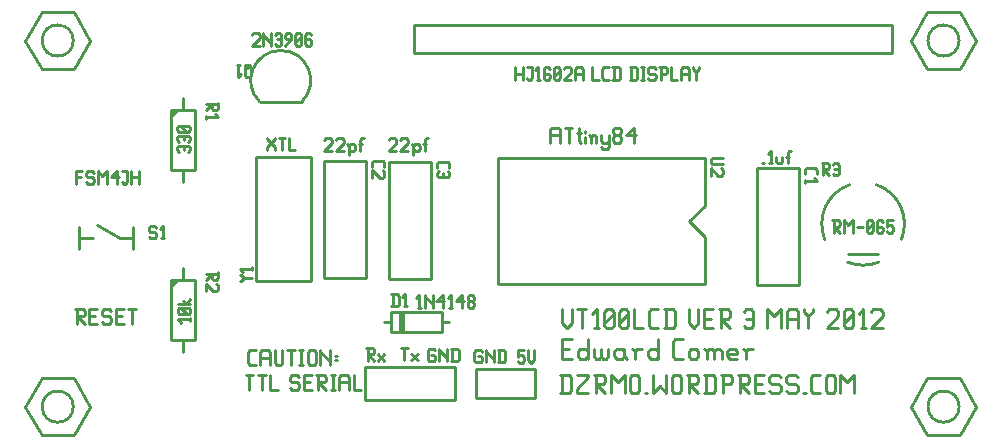
<source format=gbr>
G04 start of page 8 for group -4079 idx -4079 *
G04 Title: vt100lcd84, topsilk *
G04 Creator: pcb 20091103 *
G04 CreationDate: Tue 01 May 2012 10:21:43 PM GMT UTC *
G04 For: ecomer *
G04 Format: Gerber/RS-274X *
G04 PCB-Dimensions: 334646 161417 *
G04 PCB-Coordinate-Origin: lower left *
%MOIN*%
%FSLAX25Y25*%
%LNFRONTSILK*%
%ADD12C,0.0100*%
G54D12*X283100Y70717D02*X293100D01*
X134200Y39377D02*X136280D01*
X135240D02*Y35217D01*
X137529Y37297D02*X139609Y35217D01*
X137529D02*X139609Y37297D01*
X160680Y38577D02*X161200Y38057D01*
X159120Y38577D02*X160680D01*
X158600Y38057D02*X159120Y38577D01*
X158600Y38057D02*Y34937D01*
X159120Y34417D01*
X160680D01*
X161200Y34937D01*
Y35977D02*Y34937D01*
X160680Y36497D02*X161200Y35977D01*
X159640Y36497D02*X160680D01*
X162449Y38577D02*Y34417D01*
Y38577D02*Y38057D01*
X165049Y35457D01*
Y38577D02*Y34417D01*
X166818Y38577D02*Y34417D01*
X168378Y38577D02*X168898Y38057D01*
Y34937D01*
X168378Y34417D02*X168898Y34937D01*
X166298Y34417D02*X168378D01*
X166298Y38577D02*X168378D01*
X173000Y38477D02*X175080D01*
X173000D02*Y36397D01*
X173520Y36917D01*
X174560D01*
X175080Y36397D01*
Y34837D01*
X174560Y34317D02*X175080Y34837D01*
X173520Y34317D02*X174560D01*
X173000Y34837D02*X173520Y34317D01*
X176329Y38477D02*Y35357D01*
X177369Y34317D01*
X178409Y35357D01*
Y38477D02*Y35357D01*
X145080Y38977D02*X145600Y38457D01*
X143520Y38977D02*X145080D01*
X143000Y38457D02*X143520Y38977D01*
X143000Y38457D02*Y35337D01*
X143520Y34817D01*
X145080D01*
X145600Y35337D01*
Y36377D02*Y35337D01*
X145080Y36897D02*X145600Y36377D01*
X144040Y36897D02*X145080D01*
X146849Y38977D02*Y34817D01*
Y38977D02*Y38457D01*
X149449Y35857D01*
Y38977D02*Y34817D01*
X151218Y38977D02*Y34817D01*
X152778Y38977D02*X153298Y38457D01*
Y35337D01*
X152778Y34817D02*X153298Y35337D01*
X150698Y34817D02*X152778D01*
X150698Y38977D02*X152778D01*
X139720Y52717D02*X140760D01*
X140240Y56877D02*Y52717D01*
X139200Y55837D02*X140240Y56877D01*
X142009D02*Y52717D01*
Y56877D02*Y56357D01*
X144609Y53757D01*
Y56877D02*Y52717D01*
X145858Y54797D02*X147938Y56877D01*
X145858Y54797D02*X148458D01*
X147938Y56877D02*Y52717D01*
X150227D02*X151267D01*
X150747Y56877D02*Y52717D01*
X149707Y55837D02*X150747Y56877D01*
X152516Y54797D02*X154596Y56877D01*
X152516Y54797D02*X155116D01*
X154596Y56877D02*Y52717D01*
X156365Y53237D02*X156885Y52717D01*
X156365Y54277D02*Y53237D01*
Y54277D02*X156885Y54797D01*
X157925D01*
X158445Y54277D01*
Y53237D01*
X157925Y52717D02*X158445Y53237D01*
X156885Y52717D02*X157925D01*
X156365Y55317D02*X156885Y54797D01*
X156365Y56357D02*Y55317D01*
Y56357D02*X156885Y56877D01*
X157925D01*
X158445Y56357D01*
Y55317D01*
X157925Y54797D02*X158445Y55317D01*
X63900Y49277D02*Y48237D01*
X59740Y48757D02*X63900D01*
X60780Y47717D02*X59740Y48757D01*
X63380Y50526D02*X63900Y51046D01*
X60260Y50526D02*X63380D01*
X60260D02*X59740Y51046D01*
Y52086D02*Y51046D01*
Y52086D02*X60260Y52606D01*
X63380D01*
X63900Y52086D02*X63380Y52606D01*
X63900Y52086D02*Y51046D01*
X62860Y50526D02*X60780Y52606D01*
X59740Y53855D02*X63900D01*
X62340D02*X63900Y55415D01*
X62340Y53855D02*X61300Y54895D01*
X25434Y52332D02*X28014D01*
X28659Y51687D01*
Y50397D01*
X28014Y49752D02*X28659Y50397D01*
X26079Y49752D02*X28014D01*
X26079Y52332D02*Y47172D01*
Y49752D02*X28659Y47172D01*
X30208Y49752D02*X32143D01*
X30208Y47172D02*X32788D01*
X30208Y52332D02*Y47172D01*
Y52332D02*X32788D01*
X36917D02*X37562Y51687D01*
X34982Y52332D02*X36917D01*
X34337Y51687D02*X34982Y52332D01*
X34337Y51687D02*Y50397D01*
X34982Y49752D01*
X36917D01*
X37562Y49107D01*
Y47817D01*
X36917Y47172D02*X37562Y47817D01*
X34982Y47172D02*X36917D01*
X34337Y47817D02*X34982Y47172D01*
X39111Y49752D02*X41046D01*
X39111Y47172D02*X41691D01*
X39111Y52332D02*Y47172D01*
Y52332D02*X41691D01*
X43241D02*X45821D01*
X44531D02*Y47172D01*
X84400Y143657D02*X84920Y144177D01*
X86480D01*
X87000Y143657D01*
Y142617D01*
X84400Y140017D02*X87000Y142617D01*
X84400Y140017D02*X87000D01*
X88249Y144177D02*Y140017D01*
Y144177D02*Y143657D01*
X90849Y141057D01*
Y144177D02*Y140017D01*
X92098Y143657D02*X92618Y144177D01*
X93658D01*
X94178Y143657D01*
Y140537D01*
X93658Y140017D02*X94178Y140537D01*
X92618Y140017D02*X93658D01*
X92098Y140537D02*X92618Y140017D01*
Y142097D02*X94178D01*
X95427Y140017D02*X97507Y142097D01*
Y143657D02*Y142097D01*
X96987Y144177D02*X97507Y143657D01*
X95947Y144177D02*X96987D01*
X95427Y143657D02*X95947Y144177D01*
X95427Y143657D02*Y142617D01*
X95947Y142097D01*
X97507D01*
X98756Y140537D02*X99276Y140017D01*
X98756Y143657D02*Y140537D01*
Y143657D02*X99276Y144177D01*
X100316D01*
X100836Y143657D01*
Y140537D01*
X100316Y140017D02*X100836Y140537D01*
X99276Y140017D02*X100316D01*
X98756Y141057D02*X100836Y143137D01*
X103645Y144177D02*X104165Y143657D01*
X102605Y144177D02*X103645D01*
X102085Y143657D02*X102605Y144177D01*
X102085Y143657D02*Y140537D01*
X102605Y140017D01*
X103645Y142097D02*X104165Y141577D01*
X102085Y142097D02*X103645D01*
X102605Y140017D02*X103645D01*
X104165Y140537D01*
Y141577D02*Y140537D01*
X89600Y109277D02*Y108757D01*
X92200Y106157D01*
Y105117D01*
X89600Y106157D02*Y105117D01*
Y106157D02*X92200Y108757D01*
Y109277D02*Y108757D01*
X93449Y109277D02*X95529D01*
X94489D02*Y105117D01*
X96778Y109277D02*Y105117D01*
X98858D01*
X108500Y108657D02*X109020Y109177D01*
X110580D01*
X111100Y108657D01*
Y107617D01*
X108500Y105017D02*X111100Y107617D01*
X108500Y105017D02*X111100D01*
X112349Y108657D02*X112869Y109177D01*
X114429D01*
X114949Y108657D01*
Y107617D01*
X112349Y105017D02*X114949Y107617D01*
X112349Y105017D02*X114949D01*
X116718Y106577D02*Y103457D01*
X116198Y107097D02*X116718Y106577D01*
X117238Y107097D01*
X118278D01*
X118798Y106577D01*
Y105537D01*
X118278Y105017D02*X118798Y105537D01*
X117238Y105017D02*X118278D01*
X116718Y105537D02*X117238Y105017D01*
X120567Y108657D02*Y105017D01*
Y108657D02*X121087Y109177D01*
X121607D01*
X120047Y107097D02*X121087D01*
X130000Y108657D02*X130520Y109177D01*
X132080D01*
X132600Y108657D01*
Y107617D01*
X130000Y105017D02*X132600Y107617D01*
X130000Y105017D02*X132600D01*
X133849Y108657D02*X134369Y109177D01*
X135929D01*
X136449Y108657D01*
Y107617D01*
X133849Y105017D02*X136449Y107617D01*
X133849Y105017D02*X136449D01*
X138218Y106577D02*Y103457D01*
X137698Y107097D02*X138218Y106577D01*
X138738Y107097D01*
X139778D01*
X140298Y106577D01*
Y105537D01*
X139778Y105017D02*X140298Y105537D01*
X138738Y105017D02*X139778D01*
X138218Y105537D02*X138738Y105017D01*
X142067Y108657D02*Y105017D01*
Y108657D02*X142587Y109177D01*
X143107D01*
X141547Y107097D02*X142587D01*
X60060Y104617D02*X59540Y105137D01*
Y106177D02*Y105137D01*
Y106177D02*X60060Y106697D01*
X63180D01*
X63700Y106177D02*X63180Y106697D01*
X63700Y106177D02*Y105137D01*
X63180Y104617D02*X63700Y105137D01*
X61620Y106697D02*Y105137D01*
X60060Y107946D02*X59540Y108466D01*
Y109506D02*Y108466D01*
Y109506D02*X60060Y110026D01*
X63180D01*
X63700Y109506D02*X63180Y110026D01*
X63700Y109506D02*Y108466D01*
X63180Y107946D02*X63700Y108466D01*
X61620Y110026D02*Y108466D01*
X63180Y111275D02*X63700Y111795D01*
X60060Y111275D02*X63180D01*
X60060D02*X59540Y111795D01*
Y112835D02*Y111795D01*
Y112835D02*X60060Y113355D01*
X63180D01*
X63700Y112835D02*X63180Y113355D01*
X63700Y112835D02*Y111795D01*
X62660Y111275D02*X60580Y113355D01*
X25800Y98177D02*Y94017D01*
Y98177D02*X27880D01*
X25800Y96097D02*X27360D01*
X31209Y98177D02*X31729Y97657D01*
X29649Y98177D02*X31209D01*
X29129Y97657D02*X29649Y98177D01*
X29129Y97657D02*Y96617D01*
X29649Y96097D01*
X31209D01*
X31729Y95577D01*
Y94537D01*
X31209Y94017D02*X31729Y94537D01*
X29649Y94017D02*X31209D01*
X29129Y94537D02*X29649Y94017D01*
X32978Y98177D02*Y94017D01*
Y98177D02*X34538Y96617D01*
X36098Y98177D01*
Y94017D01*
X37347Y96097D02*X39427Y98177D01*
X37347Y96097D02*X39947D01*
X39427Y98177D02*Y94017D01*
X41196Y98177D02*X42756D01*
Y94537D01*
X42236Y94017D02*X42756Y94537D01*
X41716Y94017D02*X42236D01*
X41196Y94537D02*X41716Y94017D01*
X44005Y98177D02*Y94017D01*
X46605Y98177D02*Y94017D01*
X44005Y96097D02*X46605D01*
X122600Y39177D02*X124680D01*
X125200Y38657D01*
Y37617D01*
X124680Y37097D02*X125200Y37617D01*
X123120Y37097D02*X124680D01*
X123120Y39177D02*Y35017D01*
Y37097D02*X125200Y35017D01*
X126449Y37097D02*X128529Y35017D01*
X126449D02*X128529Y37097D01*
X82300Y30327D02*X84880D01*
X83590D02*Y25167D01*
X86429Y30327D02*X89009D01*
X87719D02*Y25167D01*
X90558Y30327D02*Y25167D01*
X93138D01*
X99589Y30327D02*X100234Y29682D01*
X97654Y30327D02*X99589D01*
X97009Y29682D02*X97654Y30327D01*
X97009Y29682D02*Y28392D01*
X97654Y27747D01*
X99589D01*
X100234Y27102D01*
Y25812D01*
X99589Y25167D02*X100234Y25812D01*
X97654Y25167D02*X99589D01*
X97009Y25812D02*X97654Y25167D01*
X101784Y27747D02*X103719D01*
X101784Y25167D02*X104364D01*
X101784Y30327D02*Y25167D01*
Y30327D02*X104364D01*
X105913D02*X108493D01*
X109138Y29682D01*
Y28392D01*
X108493Y27747D02*X109138Y28392D01*
X106558Y27747D02*X108493D01*
X106558Y30327D02*Y25167D01*
Y27747D02*X109138Y25167D01*
X110687Y30327D02*X111977D01*
X111332D02*Y25167D01*
X110687D02*X111977D01*
X113527Y29682D02*Y25167D01*
Y29682D02*X114172Y30327D01*
X116107D01*
X116752Y29682D01*
Y25167D01*
X113527Y27747D02*X116752D01*
X118301Y30327D02*Y25167D01*
X120881D01*
X83745Y33467D02*X85680D01*
X83100Y34112D02*X83745Y33467D01*
X83100Y37982D02*Y34112D01*
Y37982D02*X83745Y38627D01*
X85680D01*
X87229Y37982D02*Y33467D01*
Y37982D02*X87874Y38627D01*
X89809D01*
X90454Y37982D01*
Y33467D01*
X87229Y36047D02*X90454D01*
X92003Y38627D02*Y34112D01*
X92648Y33467D01*
X93938D01*
X94583Y34112D01*
Y38627D02*Y34112D01*
X96132Y38627D02*X98712D01*
X97422D02*Y33467D01*
X100262Y38627D02*X101552D01*
X100907D02*Y33467D01*
X100262D02*X101552D01*
X103101Y37982D02*Y34112D01*
Y37982D02*X103746Y38627D01*
X105036D01*
X105681Y37982D01*
Y34112D01*
X105036Y33467D02*X105681Y34112D01*
X103746Y33467D02*X105036D01*
X103101Y34112D02*X103746Y33467D01*
X107230Y38627D02*Y33467D01*
Y38627D02*Y37982D01*
X110455Y34757D01*
Y38627D02*Y33467D01*
X112005Y36692D02*X112650D01*
X112005Y35402D02*X112650D01*
X254600Y100817D02*X255120D01*
X256889D02*X257929D01*
X257409Y104977D02*Y100817D01*
X256369Y103937D02*X257409Y104977D01*
X259178Y102897D02*Y101337D01*
X259698Y100817D01*
X260738D01*
X261258Y101337D01*
Y102897D02*Y101337D01*
X263027Y104457D02*Y100817D01*
Y104457D02*X263547Y104977D01*
X264067D01*
X262507Y102897D02*X263547D01*
X183900Y112082D02*Y107567D01*
Y112082D02*X184545Y112727D01*
X186480D01*
X187125Y112082D01*
Y107567D01*
X183900Y110147D02*X187125D01*
X188674Y112727D02*X191254D01*
X189964D02*Y107567D01*
X193448Y112727D02*Y108212D01*
X194093Y107567D01*
X192803Y110792D02*X194093D01*
X195384Y111437D02*Y110792D01*
Y109502D02*Y107567D01*
X197321Y109502D02*Y107567D01*
Y109502D02*X197966Y110147D01*
X198611D01*
X199256Y109502D01*
Y107567D01*
X196676Y110147D02*X197321Y109502D01*
X200805Y110147D02*Y108212D01*
X201450Y107567D01*
X203385Y110147D02*Y106277D01*
X202740Y105632D02*X203385Y106277D01*
X201450Y105632D02*X202740D01*
X200805Y106277D02*X201450Y105632D01*
Y107567D02*X202740D01*
X203385Y108212D01*
X204934D02*X205579Y107567D01*
X204934Y109502D02*Y108212D01*
Y109502D02*X205579Y110147D01*
X206869D01*
X207514Y109502D01*
Y108212D01*
X206869Y107567D02*X207514Y108212D01*
X205579Y107567D02*X206869D01*
X204934Y110792D02*X205579Y110147D01*
X204934Y112082D02*Y110792D01*
Y112082D02*X205579Y112727D01*
X206869D01*
X207514Y112082D01*
Y110792D01*
X206869Y110147D02*X207514Y110792D01*
X209064Y110147D02*X211644Y112727D01*
X209064Y110147D02*X212289D01*
X211644Y112727D02*Y107567D01*
X187800Y38897D02*X190260D01*
X187800Y35617D02*X191080D01*
X187800Y42177D02*Y35617D01*
Y42177D02*X191080D01*
X196329D02*Y35617D01*
X195509D02*X196329Y36437D01*
X193869Y35617D02*X195509D01*
X193049Y36437D02*X193869Y35617D01*
X193049Y38077D02*Y36437D01*
Y38077D02*X193869Y38897D01*
X195509D01*
X196329Y38077D01*
X198299Y38897D02*Y36437D01*
X199119Y35617D01*
X199939D01*
X200759Y36437D01*
Y38897D02*Y36437D01*
X201579Y35617D01*
X202399D01*
X203219Y36437D01*
Y38897D02*Y36437D01*
X207648Y38897D02*X208468Y38077D01*
X206008Y38897D02*X207648D01*
X205188Y38077D02*X206008Y38897D01*
X205188Y38077D02*Y36437D01*
X206008Y35617D01*
X208468Y38897D02*Y36437D01*
X209288Y35617D01*
X206008D02*X207648D01*
X208468Y36437D01*
X212078Y38077D02*Y35617D01*
Y38077D02*X212898Y38897D01*
X214538D01*
X211258D02*X212078Y38077D01*
X219788Y42177D02*Y35617D01*
X218968D02*X219788Y36437D01*
X217328Y35617D02*X218968D01*
X216508Y36437D02*X217328Y35617D01*
X216508Y38077D02*Y36437D01*
Y38077D02*X217328Y38897D01*
X218968D01*
X219788Y38077D01*
X225529Y35617D02*X227989D01*
X224709Y36437D02*X225529Y35617D01*
X224709Y41357D02*Y36437D01*
Y41357D02*X225529Y42177D01*
X227989D01*
X229959Y38077D02*Y36437D01*
Y38077D02*X230779Y38897D01*
X232419D01*
X233239Y38077D01*
Y36437D01*
X232419Y35617D02*X233239Y36437D01*
X230779Y35617D02*X232419D01*
X229959Y36437D02*X230779Y35617D01*
X236029Y38077D02*Y35617D01*
Y38077D02*X236849Y38897D01*
X237669D01*
X238489Y38077D01*
Y35617D01*
Y38077D02*X239309Y38897D01*
X240129D01*
X240949Y38077D01*
Y35617D01*
X235209Y38897D02*X236029Y38077D01*
X243738Y35617D02*X246198D01*
X242918Y36437D02*X243738Y35617D01*
X242918Y38077D02*Y36437D01*
Y38077D02*X243738Y38897D01*
X245378D01*
X246198Y38077D01*
X242918Y37257D02*X246198D01*
Y38077D02*Y37257D01*
X248988Y38077D02*Y35617D01*
Y38077D02*X249808Y38897D01*
X251448D01*
X248168D02*X248988Y38077D01*
X277800Y81777D02*X279880D01*
X280400Y81257D01*
Y80217D01*
X279880Y79697D02*X280400Y80217D01*
X278320Y79697D02*X279880D01*
X278320Y81777D02*Y77617D01*
Y79697D02*X280400Y77617D01*
X281649Y81777D02*Y77617D01*
Y81777D02*X283209Y80217D01*
X284769Y81777D01*
Y77617D01*
X286018Y79697D02*X288098D01*
X289347Y78137D02*X289867Y77617D01*
X289347Y81257D02*Y78137D01*
Y81257D02*X289867Y81777D01*
X290907D01*
X291427Y81257D01*
Y78137D01*
X290907Y77617D02*X291427Y78137D01*
X289867Y77617D02*X290907D01*
X289347Y78657D02*X291427Y80737D01*
X294236Y81777D02*X294756Y81257D01*
X293196Y81777D02*X294236D01*
X292676Y81257D02*X293196Y81777D01*
X292676Y81257D02*Y78137D01*
X293196Y77617D01*
X294236Y79697D02*X294756Y79177D01*
X292676Y79697D02*X294236D01*
X293196Y77617D02*X294236D01*
X294756Y78137D01*
Y79177D02*Y78137D01*
X296005Y81777D02*X298085D01*
X296005D02*Y79697D01*
X296525Y80217D01*
X297565D01*
X298085Y79697D01*
Y78137D01*
X297565Y77617D02*X298085Y78137D01*
X296525Y77617D02*X297565D01*
X296005Y78137D02*X296525Y77617D01*
X172200Y132777D02*Y128617D01*
X174800Y132777D02*Y128617D01*
X172200Y130697D02*X174800D01*
X176049Y132777D02*X177609D01*
Y129137D01*
X177089Y128617D02*X177609Y129137D01*
X176569Y128617D02*X177089D01*
X176049Y129137D02*X176569Y128617D01*
X179378D02*X180418D01*
X179898Y132777D02*Y128617D01*
X178858Y131737D02*X179898Y132777D01*
X183227D02*X183747Y132257D01*
X182187Y132777D02*X183227D01*
X181667Y132257D02*X182187Y132777D01*
X181667Y132257D02*Y129137D01*
X182187Y128617D01*
X183227Y130697D02*X183747Y130177D01*
X181667Y130697D02*X183227D01*
X182187Y128617D02*X183227D01*
X183747Y129137D01*
Y130177D02*Y129137D01*
X184996D02*X185516Y128617D01*
X184996Y132257D02*Y129137D01*
Y132257D02*X185516Y132777D01*
X186556D01*
X187076Y132257D01*
Y129137D01*
X186556Y128617D02*X187076Y129137D01*
X185516Y128617D02*X186556D01*
X184996Y129657D02*X187076Y131737D01*
X188325Y132257D02*X188845Y132777D01*
X190405D01*
X190925Y132257D01*
Y131217D01*
X188325Y128617D02*X190925Y131217D01*
X188325Y128617D02*X190925D01*
X192174Y132257D02*Y128617D01*
Y132257D02*X192694Y132777D01*
X194254D01*
X194774Y132257D01*
Y128617D01*
X192174Y130697D02*X194774D01*
X197895Y132777D02*Y128617D01*
X199975D01*
X201744D02*X203304D01*
X201224Y129137D02*X201744Y128617D01*
X201224Y132257D02*Y129137D01*
Y132257D02*X201744Y132777D01*
X203304D01*
X205073D02*Y128617D01*
X206633Y132777D02*X207153Y132257D01*
Y129137D01*
X206633Y128617D02*X207153Y129137D01*
X204553Y128617D02*X206633D01*
X204553Y132777D02*X206633D01*
X210794D02*Y128617D01*
X212354Y132777D02*X212874Y132257D01*
Y129137D01*
X212354Y128617D02*X212874Y129137D01*
X210274Y128617D02*X212354D01*
X210274Y132777D02*X212354D01*
X214123D02*X215163D01*
X214643D02*Y128617D01*
X214123D02*X215163D01*
X218492Y132777D02*X219012Y132257D01*
X216932Y132777D02*X218492D01*
X216412Y132257D02*X216932Y132777D01*
X216412Y132257D02*Y131217D01*
X216932Y130697D01*
X218492D01*
X219012Y130177D01*
Y129137D01*
X218492Y128617D02*X219012Y129137D01*
X216932Y128617D02*X218492D01*
X216412Y129137D02*X216932Y128617D01*
X220781Y132777D02*Y128617D01*
X220261Y132777D02*X222341D01*
X222861Y132257D01*
Y131217D01*
X222341Y130697D02*X222861Y131217D01*
X220781Y130697D02*X222341D01*
X224110Y132777D02*Y128617D01*
X226190D01*
X227439Y132257D02*Y128617D01*
Y132257D02*X227959Y132777D01*
X229519D01*
X230039Y132257D01*
Y128617D01*
X227439Y130697D02*X230039D01*
X231288Y132777D02*Y132257D01*
X232328Y131217D01*
X233368Y132257D01*
Y132777D02*Y132257D01*
X232328Y131217D02*Y128617D01*
X187900Y52077D02*Y47457D01*
X189440Y45917D01*
X190980Y47457D01*
Y52077D02*Y47457D01*
X192829Y52077D02*X195909D01*
X194369D02*Y45917D01*
X198529D02*X200069D01*
X199299Y52077D02*Y45917D01*
X197759Y50537D02*X199299Y52077D01*
X201918Y46687D02*X202688Y45917D01*
X201918Y51307D02*Y46687D01*
Y51307D02*X202688Y52077D01*
X204228D01*
X204998Y51307D01*
Y46687D01*
X204228Y45917D02*X204998Y46687D01*
X202688Y45917D02*X204228D01*
X201918Y47457D02*X204998Y50537D01*
X206848Y46687D02*X207618Y45917D01*
X206848Y51307D02*Y46687D01*
Y51307D02*X207618Y52077D01*
X209158D01*
X209928Y51307D01*
Y46687D01*
X209158Y45917D02*X209928Y46687D01*
X207618Y45917D02*X209158D01*
X206848Y47457D02*X209928Y50537D01*
X211777Y52077D02*Y45917D01*
X214857D01*
X217477D02*X219787D01*
X216707Y46687D02*X217477Y45917D01*
X216707Y51307D02*Y46687D01*
Y51307D02*X217477Y52077D01*
X219787D01*
X222406D02*Y45917D01*
X224716Y52077D02*X225486Y51307D01*
Y46687D01*
X224716Y45917D02*X225486Y46687D01*
X221636Y45917D02*X224716D01*
X221636Y52077D02*X224716D01*
X230108D02*Y47457D01*
X231648Y45917D01*
X233188Y47457D01*
Y52077D02*Y47457D01*
X235037Y48997D02*X237347D01*
X235037Y45917D02*X238117D01*
X235037Y52077D02*Y45917D01*
Y52077D02*X238117D01*
X239967D02*X243047D01*
X243817Y51307D01*
Y49767D01*
X243047Y48997D02*X243817Y49767D01*
X240737Y48997D02*X243047D01*
X240737Y52077D02*Y45917D01*
Y48997D02*X243817Y45917D01*
X248438Y51307D02*X249208Y52077D01*
X250748D01*
X251518Y51307D01*
Y46687D01*
X250748Y45917D02*X251518Y46687D01*
X249208Y45917D02*X250748D01*
X248438Y46687D02*X249208Y45917D01*
Y48997D02*X251518D01*
X256140Y52077D02*Y45917D01*
Y52077D02*X258450Y49767D01*
X260760Y52077D01*
Y45917D01*
X262610Y51307D02*Y45917D01*
Y51307D02*X263380Y52077D01*
X265690D01*
X266460Y51307D01*
Y45917D01*
X262610Y48997D02*X266460D01*
X268309Y52077D02*Y51307D01*
X269849Y49767D01*
X271389Y51307D01*
Y52077D02*Y51307D01*
X269849Y49767D02*Y45917D01*
X276011Y51307D02*X276781Y52077D01*
X279091D01*
X279861Y51307D01*
Y49767D01*
X276011Y45917D02*X279861Y49767D01*
X276011Y45917D02*X279861D01*
X281710Y46687D02*X282480Y45917D01*
X281710Y51307D02*Y46687D01*
Y51307D02*X282480Y52077D01*
X284020D01*
X284790Y51307D01*
Y46687D01*
X284020Y45917D02*X284790Y46687D01*
X282480Y45917D02*X284020D01*
X281710Y47457D02*X284790Y50537D01*
X287410Y45917D02*X288950D01*
X288180Y52077D02*Y45917D01*
X286640Y50537D02*X288180Y52077D01*
X290799Y51307D02*X291569Y52077D01*
X293879D01*
X294649Y51307D01*
Y49767D01*
X290799Y45917D02*X294649Y49767D01*
X290799Y45917D02*X294649D01*
X187852Y30281D02*Y24161D01*
X190147Y30281D02*X190912Y29516D01*
Y24926D01*
X190147Y24161D02*X190912Y24926D01*
X187087Y24161D02*X190147D01*
X187087Y30281D02*X190147D01*
X192749D02*X196574D01*
Y29516D01*
X192749Y25691D02*X196574Y29516D01*
X192749Y25691D02*Y24161D01*
X196574D01*
X198412Y30281D02*X201472D01*
X202237Y29516D01*
Y27986D01*
X201472Y27221D02*X202237Y27986D01*
X199177Y27221D02*X201472D01*
X199177Y30281D02*Y24161D01*
Y27221D02*X202237Y24161D01*
X204074Y30281D02*Y24161D01*
Y30281D02*X206369Y27986D01*
X208664Y30281D01*
Y24161D01*
X210502Y29516D02*Y24926D01*
Y29516D02*X211267Y30281D01*
X212797D01*
X213562Y29516D01*
Y24926D01*
X212797Y24161D02*X213562Y24926D01*
X211267Y24161D02*X212797D01*
X210502Y24926D02*X211267Y24161D01*
X215399D02*X216164D01*
X218002Y30281D02*Y24161D01*
X220297Y26456D01*
X222592Y24161D01*
Y30281D02*Y24161D01*
X224429Y29516D02*Y24926D01*
Y29516D02*X225194Y30281D01*
X226724D01*
X227489Y29516D01*
Y24926D01*
X226724Y24161D02*X227489Y24926D01*
X225194Y24161D02*X226724D01*
X224429Y24926D02*X225194Y24161D01*
X229327Y30281D02*X232387D01*
X233152Y29516D01*
Y27986D01*
X232387Y27221D02*X233152Y27986D01*
X230092Y27221D02*X232387D01*
X230092Y30281D02*Y24161D01*
Y27221D02*X233152Y24161D01*
X235754Y30281D02*Y24161D01*
X238049Y30281D02*X238814Y29516D01*
Y24926D01*
X238049Y24161D02*X238814Y24926D01*
X234989Y24161D02*X238049D01*
X234989Y30281D02*X238049D01*
X241417D02*Y24161D01*
X240652Y30281D02*X243712D01*
X244477Y29516D01*
Y27986D01*
X243712Y27221D02*X244477Y27986D01*
X241417Y27221D02*X243712D01*
X246314Y30281D02*X249374D01*
X250139Y29516D01*
Y27986D01*
X249374Y27221D02*X250139Y27986D01*
X247079Y27221D02*X249374D01*
X247079Y30281D02*Y24161D01*
Y27221D02*X250139Y24161D01*
X251977Y27221D02*X254272D01*
X251977Y24161D02*X255037D01*
X251977Y30281D02*Y24161D01*
Y30281D02*X255037D01*
X259934D02*X260699Y29516D01*
X257639Y30281D02*X259934D01*
X256874Y29516D02*X257639Y30281D01*
X256874Y29516D02*Y27986D01*
X257639Y27221D01*
X259934D01*
X260699Y26456D01*
Y24926D01*
X259934Y24161D02*X260699Y24926D01*
X257639Y24161D02*X259934D01*
X256874Y24926D02*X257639Y24161D01*
X265597Y30281D02*X266362Y29516D01*
X263302Y30281D02*X265597D01*
X262537Y29516D02*X263302Y30281D01*
X262537Y29516D02*Y27986D01*
X263302Y27221D01*
X265597D01*
X266362Y26456D01*
Y24926D01*
X265597Y24161D02*X266362Y24926D01*
X263302Y24161D02*X265597D01*
X262537Y24926D02*X263302Y24161D01*
X268199D02*X268964D01*
X271567D02*X273862D01*
X270802Y24926D02*X271567Y24161D01*
X270802Y29516D02*Y24926D01*
Y29516D02*X271567Y30281D01*
X273862D01*
X275700Y29516D02*Y24926D01*
Y29516D02*X276465Y30281D01*
X277995D01*
X278760Y29516D01*
Y24926D01*
X277995Y24161D02*X278760Y24926D01*
X276465Y24161D02*X277995D01*
X275700Y24926D02*X276465Y24161D01*
X280597Y30281D02*Y24161D01*
Y30281D02*X282892Y27986D01*
X285187Y30281D01*
Y24161D01*
X297760Y137476D02*X138460D01*
X297760D02*Y146776D01*
X138460D02*X297760D01*
X138460D02*Y137476D01*
X235287Y102412D02*Y86662D01*
X230037Y81412D02*X235287Y86662D01*
Y76162D02*X230037Y81412D01*
X235287Y76162D02*Y60412D01*
X166287D02*X235287D01*
X166287Y102412D02*Y60412D01*
Y102412D02*X235287D01*
X309561Y151132D02*X304161Y141732D01*
X320361Y151132D02*X309561D01*
X325761Y141732D02*X320361Y151132D01*
Y132332D02*X325761Y141732D01*
X309561Y132332D02*X320361D01*
X304161Y141732D02*X309561Y132332D01*
X309761Y141732D02*G75*G03X309761Y141732I5200J0D01*G01*
X309561Y29085D02*X304161Y19685D01*
X320361Y29085D02*X309561D01*
X325761Y19685D02*X320361Y29085D01*
Y10285D02*X325761Y19685D01*
X309561Y10285D02*X320361D01*
X304161Y19685D02*X309561Y10285D01*
X309761Y19685D02*G75*G03X309761Y19685I5200J0D01*G01*
X252685Y99102D02*X266685D01*
X252685D02*Y60102D01*
X266685D01*
Y99102D02*Y60102D01*
X283647Y93644D02*G75*G03X275357Y75451I4486J-13029D01*G01*
X300910Y75452D02*G75*G03X292620Y93643I-12776J5162D01*G01*
X282971Y67838D02*G75*G03X293296Y67837I5162J12776D01*G01*
X87000Y121317D02*X101000D01*
X94001Y138417D02*G75*G03X86929Y121344I0J-10001D01*G01*
X101071Y121346D02*G75*G03X94000Y138417I-7071J7071D01*G01*
X130130Y101338D02*X144130D01*
X130130D02*Y62338D01*
X144130D01*
Y101338D02*Y62338D01*
X108478Y101626D02*X122478D01*
X108478D02*Y62626D01*
X122478D01*
Y101626D02*Y62626D01*
X85930Y61508D02*X104236D01*
Y102846D02*Y61508D01*
X85930Y102846D02*X104236D01*
X85930D02*Y61508D01*
X14285Y29085D02*X8885Y19685D01*
X25085Y29085D02*X14285D01*
X30485Y19685D02*X25085Y29085D01*
Y10285D02*X30485Y19685D01*
X14285Y10285D02*X25085D01*
X8885Y19685D02*X14285Y10285D01*
X14485Y19685D02*G75*G03X14485Y19685I5200J0D01*G01*
X40334Y75827D02*X32634Y80127D01*
X44834Y75827D02*X40334D01*
X26834D02*X31334D01*
X26779Y79575D02*Y72079D01*
X44889Y79575D02*Y72079D01*
X14285Y151132D02*X8885Y141732D01*
X25085Y151132D02*X14285D01*
X30485Y141732D02*X25085Y151132D01*
Y132332D02*X30485Y141732D01*
X14285Y132332D02*X25085D01*
X8885Y141732D02*X14285Y132332D01*
X14485Y141732D02*G75*G03X14485Y141732I5200J0D01*G01*
X61500Y66012D02*Y62075D01*
X57500Y61917D02*X65500D01*
Y41917D01*
X57500D02*X65500D01*
X57500Y61917D02*Y41917D01*
X61500D02*Y37917D01*
X59500Y61917D02*X57500Y59917D01*
X61500Y122512D02*Y118575D01*
X57500Y118417D02*X65500D01*
Y98417D01*
X57500D02*X65500D01*
X57500Y118417D02*Y98417D01*
X61500D02*Y94417D01*
X59500Y118417D02*X57500Y116417D01*
X134804Y44598D02*Y51116D01*
X134304Y44598D02*Y51116D01*
X133804Y44598D02*Y51116D01*
X130804Y44598D02*X147756D01*
Y47857D02*X150030D01*
X147756Y44598D02*Y51116D01*
X130804D02*X147756D01*
X130804Y47857D02*X128530D01*
X130804Y44598D02*Y51116D01*
X122000Y21917D02*Y32917D01*
X152000D01*
Y21917D01*
X122000D01*
X159079Y32338D02*Y22496D01*
Y32338D02*X178764D01*
Y22496D01*
X159079D02*X178764D01*
X52007Y79827D02*X52507Y79327D01*
X50507Y79827D02*X52007D01*
X50007Y79327D02*X50507Y79827D01*
X50007Y79327D02*Y78327D01*
X50507Y77827D01*
X52007D01*
X52507Y77327D01*
Y76327D01*
X52007Y75827D02*X52507Y76327D01*
X50507Y75827D02*X52007D01*
X50007Y76327D02*X50507Y75827D01*
X54208D02*X55208D01*
X54708Y79827D02*Y75827D01*
X53708Y78827D02*X54708Y79827D01*
X73000Y64417D02*Y62417D01*
X72500Y61917D01*
X71500D02*X72500D01*
X71000Y62417D02*X71500Y61917D01*
X71000Y63917D02*Y62417D01*
X69000Y63917D02*X73000D01*
X71000D02*X69000Y61917D01*
X72500Y60716D02*X73000Y60216D01*
Y58716D01*
X72500Y58216D01*
X71500D02*X72500D01*
X69000Y60716D02*X71500Y58216D01*
X69000Y60716D02*Y58216D01*
X80430Y61508D02*X80930D01*
X81930Y62508D01*
X80930Y63508D01*
X80430D02*X80930D01*
X81930Y62508D02*X84430D01*
Y66209D02*Y65209D01*
X80430Y65709D02*X84430D01*
X81430Y64709D02*X80430Y65709D01*
X131304Y57116D02*Y53116D01*
X132804Y57116D02*X133304Y56616D01*
Y53616D01*
X132804Y53116D02*X133304Y53616D01*
X130804Y53116D02*X132804D01*
X130804Y57116D02*X132804D01*
X135005Y53116D02*X136005D01*
X135505Y57116D02*Y53116D01*
X134505Y56116D02*X135505Y57116D01*
X268685Y98602D02*Y97102D01*
X269185Y99102D02*X268685Y98602D01*
X269185Y99102D02*X272185D01*
X272685Y98602D01*
Y97102D01*
X268685Y95401D02*Y94401D01*
Y94901D02*X272685D01*
X271685Y95901D02*X272685Y94901D01*
X237787Y102412D02*X241287D01*
X237787D02*X237287Y101912D01*
Y100912D01*
X237787Y100412D01*
X241287D01*
X240787Y99211D02*X241287Y98711D01*
Y97211D01*
X240787Y96711D01*
X239787D02*X240787D01*
X237287Y99211D02*X239787Y96711D01*
X237287Y99211D02*Y96711D01*
X274354Y100894D02*X276354D01*
X276854Y100394D01*
Y99394D01*
X276354Y98894D02*X276854Y99394D01*
X274854Y98894D02*X276354D01*
X274854Y100894D02*Y96894D01*
Y98894D02*X276854Y96894D01*
X278055Y100394D02*X278555Y100894D01*
X279555D01*
X280055Y100394D01*
Y97394D01*
X279555Y96894D02*X280055Y97394D01*
X278555Y96894D02*X279555D01*
X278055Y97394D02*X278555Y96894D01*
Y98894D02*X280055D01*
X84000Y132917D02*Y129917D01*
X83500Y129417D01*
X82500D02*X83500D01*
X82500D02*X82000Y129917D01*
Y132917D02*Y129917D01*
X82500Y133417D02*X82000Y132917D01*
X82500Y133417D02*X83500D01*
X84000Y132917D02*X83500Y133417D01*
X83000Y132417D02*X82000Y133417D01*
X79299D02*X80299D01*
X79799D02*Y129417D01*
X80799Y130417D02*X79799Y129417D01*
X146130Y100838D02*Y99338D01*
X146630Y101338D02*X146130Y100838D01*
X146630Y101338D02*X149630D01*
X150130Y100838D01*
Y99338D01*
X149630Y98137D02*X150130Y97637D01*
Y96637D01*
X149630Y96137D01*
X146630D02*X149630D01*
X146130Y96637D02*X146630Y96137D01*
X146130Y97637D02*Y96637D01*
X146630Y98137D02*X146130Y97637D01*
X148130D02*Y96137D01*
X73000Y120917D02*Y118917D01*
X72500Y118417D01*
X71500D02*X72500D01*
X71000Y118917D02*X71500Y118417D01*
X71000Y120417D02*Y118917D01*
X69000Y120417D02*X73000D01*
X71000D02*X69000Y118417D01*
Y116716D02*Y115716D01*
Y116216D02*X73000D01*
X72000Y117216D02*X73000Y116216D01*
X124478Y101126D02*Y99626D01*
X124978Y101626D02*X124478Y101126D01*
X124978Y101626D02*X127978D01*
X128478Y101126D01*
Y99626D01*
X127978Y98425D02*X128478Y97925D01*
Y96425D01*
X127978Y95925D01*
X126978D02*X127978D01*
X124478Y98425D02*X126978Y95925D01*
X124478Y98425D02*Y95925D01*
M02*

</source>
